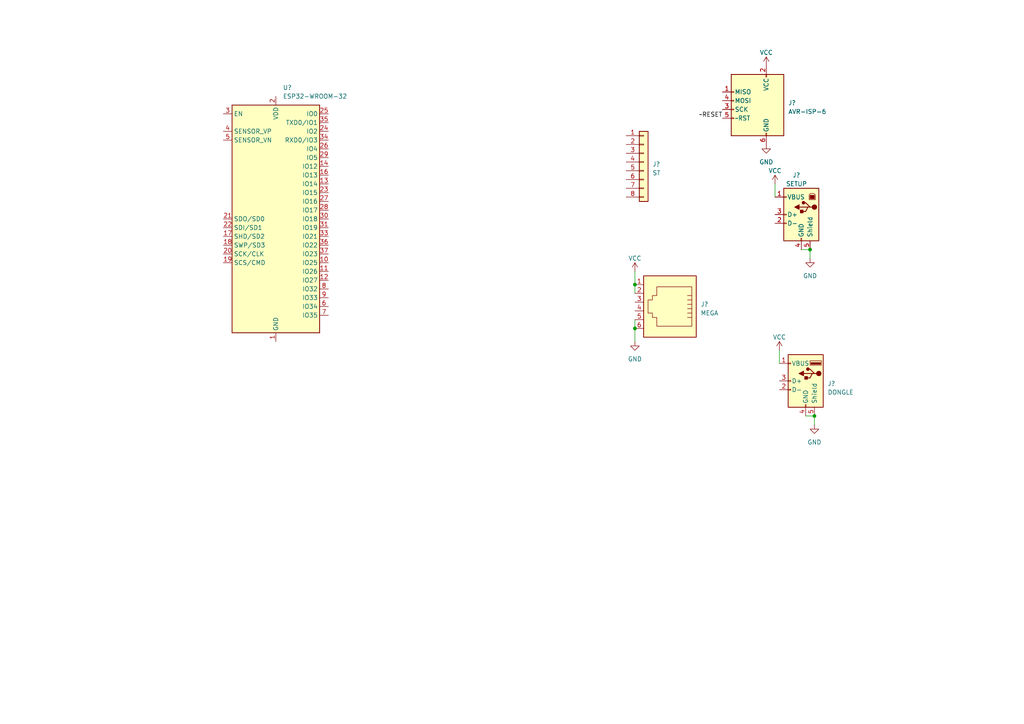
<source format=kicad_sch>
(kicad_sch (version 20211123) (generator eeschema)
  (paper "A4")
  (lib_symbols
    (symbol "Connector:AVR-ISP-6" (pin_names (offset 1.016))
      (property "Reference" "J" (at -6.35 11.43 0))
      (property "Value" "AVR-ISP-6" (at 0 11.43 0))
      (symbol "AVR-ISP-6_0_1"
        (rectangle (start -2.667 -6.858) (end -2.413 -7.62))
        (rectangle (start -2.667 10.16) (end -2.413 9.398))
        (rectangle (start 7.62 -2.413) (end 6.858 -2.667))
        (rectangle (start 7.62 0.127) (end 6.858 -0.127))
        (rectangle (start 7.62 2.667) (end 6.858 2.413))
        (rectangle (start 7.62 5.207) (end 6.858 4.953))
        (rectangle (start 7.62 10.16) (end -7.62 -7.62) (stroke (width 0.254)) (fill (type background)))
      )
      (symbol "AVR-ISP-6_1_1"
        (pin passive line (at 10.16 5.08 180) (length 2.54) (name "MISO") (number "1"))
        (pin passive line (at -2.54 12.7 270) (length 2.54) (name "VCC") (number "2"))
        (pin passive line (at 10.16 0 180) (length 2.54) (name "SCK") (number "3"))
        (pin passive line (at 10.16 2.54 180) (length 2.54) (name "MOSI") (number "4"))
        (pin passive line (at 10.16 -2.54 180) (length 2.54) (name "~RST") (number "5"))
        (pin passive line (at -2.54 -10.16 90) (length 2.54) (name "GND") (number "6"))
      )
    )
    (symbol "Connector:RJ12" (pin_names (offset 1.016))
      (property "Reference" "J" (at -5.08 11.43 0))
      (property "Value" "RJ12" (at 2.54 11.43 0))
      (symbol "RJ12_0_1"
        (polyline (pts (xy -6.35 -1.905) (xy -5.08 -1.905) (xy -5.08 -1.905)))
        (polyline (pts (xy -6.35 -0.635) (xy -5.08 -0.635) (xy -5.08 -0.635)))
        (polyline (pts (xy -6.35 0.635) (xy -5.08 0.635) (xy -5.08 0.635)))
        (polyline (pts (xy -6.35 1.905) (xy -5.08 1.905) (xy -5.08 1.905)))
        (polyline (pts (xy -6.35 3.175) (xy -5.08 3.175) (xy -5.08 3.175)))
        (polyline (pts (xy -5.08 4.445) (xy -6.35 4.445) (xy -6.35 4.445)))
        (polyline (pts (xy -6.35 -4.445) (xy -6.35 6.985) (xy 3.81 6.985) (xy 3.81 4.445) (xy 5.08 4.445) (xy 5.08 3.175) (xy 6.35 3.175) (xy 6.35 -0.635) (xy 5.08 -0.635) (xy 5.08 -1.905) (xy 3.81 -1.905) (xy 3.81 -4.445) (xy -6.35 -4.445) (xy -6.35 -4.445)))
        (rectangle (start 7.62 10.16) (end -7.62 -7.62) (stroke (width 0.254)) (fill (type background)))
      )
      (symbol "RJ12_1_1"
        (pin passive line (at 10.16 -5.08 180) (length 2.54) (name "~") (number "1"))
        (pin passive line (at 10.16 -2.54 180) (length 2.54) (name "~") (number "2"))
        (pin passive line (at 10.16 0 180) (length 2.54) (name "~") (number "3"))
        (pin passive line (at 10.16 2.54 180) (length 2.54) (name "~") (number "4"))
        (pin passive line (at 10.16 5.08 180) (length 2.54) (name "~") (number "5"))
        (pin passive line (at 10.16 7.62 180) (length 2.54) (name "~") (number "6"))
      )
    )
    (symbol "Connector:USB_A" (pin_names (offset 1.016))
      (property "Reference" "J" (at -5.08 11.43 0))
      (property "Value" "USB_A" (at -5.08 8.89 0))
      (symbol "USB_A_0_1"
        (rectangle (start -5.08 -7.62) (end 5.08 7.62) (stroke (width 0.254)) (fill (type background)))
        (circle (center -3.81 2.159) (radius 0.635) (stroke (width 0.254)) (fill (type outline)))
        (rectangle (start -1.524 4.826) (end -4.318 5.334) (fill (type outline)))
        (rectangle (start -1.27 4.572) (end -4.572 5.842))
        (circle (center -0.635 3.429) (radius 0.381) (stroke (width 0.254)) (fill (type outline)))
        (rectangle (start -0.127 -7.62) (end 0.127 -6.858))
        (polyline (pts (xy -3.175 2.159) (xy -2.54 2.159) (xy -1.27 3.429) (xy -0.635 3.429)) (stroke (width 0.254)))
        (polyline (pts (xy -2.54 2.159) (xy -1.905 2.159) (xy -1.27 0.889) (xy 0 0.889)) (stroke (width 0.254)))
        (polyline (pts (xy 0.635 2.794) (xy 0.635 1.524) (xy 1.905 2.159) (xy 0.635 2.794)) (stroke (width 0.254)) (fill (type outline)))
        (rectangle (start 0.254 1.27) (end -0.508 0.508) (stroke (width 0.254)) (fill (type outline)))
        (rectangle (start 5.08 -2.667) (end 4.318 -2.413))
        (rectangle (start 5.08 -0.127) (end 4.318 0.127))
        (rectangle (start 5.08 4.953) (end 4.318 5.207))
      )
      (symbol "USB_A_1_1"
        (polyline (pts (xy -1.905 2.159) (xy 0.635 2.159)) (stroke (width 0.254)))
        (pin power_in line (at 7.62 5.08 180) (length 2.54) (name "VBUS") (number "1"))
        (pin bidirectional line (at 7.62 -2.54 180) (length 2.54) (name "D-") (number "2"))
        (pin bidirectional line (at 7.62 0 180) (length 2.54) (name "D+") (number "3"))
        (pin power_in line (at 0 -10.16 90) (length 2.54) (name "GND") (number "4"))
        (pin passive line (at -2.54 -10.16 90) (length 2.54) (name "Shield") (number "5"))
      )
    )
    (symbol "Connector:USB_B" (pin_names (offset 1.016))
      (property "Reference" "J" (at -5.08 11.43 0))
      (property "Value" "USB_B" (at -5.08 8.89 0))
      (symbol "USB_B_0_1"
        (rectangle (start -5.08 -7.62) (end 5.08 7.62) (stroke (width 0.254)) (fill (type background)))
        (circle (center -3.81 2.159) (radius 0.635) (stroke (width 0.254)) (fill (type outline)))
        (rectangle (start -3.81 5.588) (end -2.54 4.572) (fill (type outline)))
        (circle (center -0.635 3.429) (radius 0.381) (stroke (width 0.254)) (fill (type outline)))
        (rectangle (start -0.127 -7.62) (end 0.127 -6.858))
        (polyline (pts (xy -1.905 2.159) (xy 0.635 2.159)) (stroke (width 0.254)))
        (polyline (pts (xy -3.175 2.159) (xy -2.54 2.159) (xy -1.27 3.429) (xy -0.635 3.429)) (stroke (width 0.254)))
        (polyline (pts (xy -2.54 2.159) (xy -1.905 2.159) (xy -1.27 0.889) (xy 0 0.889)) (stroke (width 0.254)))
        (polyline (pts (xy 0.635 2.794) (xy 0.635 1.524) (xy 1.905 2.159) (xy 0.635 2.794)) (stroke (width 0.254)) (fill (type outline)))
        (polyline (pts (xy -4.064 4.318) (xy -2.286 4.318) (xy -2.286 5.715) (xy -2.667 6.096) (xy -3.683 6.096) (xy -4.064 5.715) (xy -4.064 4.318)))
        (rectangle (start 0.254 1.27) (end -0.508 0.508) (stroke (width 0.254)) (fill (type outline)))
        (rectangle (start 5.08 -2.667) (end 4.318 -2.413))
        (rectangle (start 5.08 -0.127) (end 4.318 0.127))
        (rectangle (start 5.08 4.953) (end 4.318 5.207))
      )
      (symbol "USB_B_1_1"
        (pin power_out line (at 7.62 5.08 180) (length 2.54) (name "VBUS") (number "1"))
        (pin bidirectional line (at 7.62 -2.54 180) (length 2.54) (name "D-") (number "2"))
        (pin bidirectional line (at 7.62 0 180) (length 2.54) (name "D+") (number "3"))
        (pin power_out line (at 0 -10.16 90) (length 2.54) (name "GND") (number "4"))
        (pin passive line (at -2.54 -10.16 90) (length 2.54) (name "Shield") (number "5"))
      )
    )
    (symbol "Connector_Generic:Conn_01x08" (pin_names (offset 1.016) hide)
      (property "Reference" "J" (at 0 10.16 0))
      (property "Value" "Conn_01x08" (at 0 -12.7 0))
      (symbol "Conn_01x08_1_1"
        (rectangle (start -1.27 -10.033) (end 0 -10.287) (stroke (width 0.1524)))
        (rectangle (start -1.27 -7.493) (end 0 -7.747) (stroke (width 0.1524)))
        (rectangle (start -1.27 -4.953) (end 0 -5.207) (stroke (width 0.1524)))
        (rectangle (start -1.27 -2.413) (end 0 -2.667) (stroke (width 0.1524)))
        (rectangle (start -1.27 0.127) (end 0 -0.127) (stroke (width 0.1524)))
        (rectangle (start -1.27 2.667) (end 0 2.413) (stroke (width 0.1524)))
        (rectangle (start -1.27 5.207) (end 0 4.953) (stroke (width 0.1524)))
        (rectangle (start -1.27 7.747) (end 0 7.493) (stroke (width 0.1524)))
        (rectangle (start -1.27 8.89) (end 1.27 -11.43) (stroke (width 0.254)) (fill (type background)))
        (pin passive line (at -5.08 7.62 0) (length 3.81) (name "Pin_1") (number "1"))
        (pin passive line (at -5.08 5.08 0) (length 3.81) (name "Pin_2") (number "2"))
        (pin passive line (at -5.08 2.54 0) (length 3.81) (name "Pin_3") (number "3"))
        (pin passive line (at -5.08 0 0) (length 3.81) (name "Pin_4") (number "4"))
        (pin passive line (at -5.08 -2.54 0) (length 3.81) (name "Pin_5") (number "5"))
        (pin passive line (at -5.08 -5.08 0) (length 3.81) (name "Pin_6") (number "6"))
        (pin passive line (at -5.08 -7.62 0) (length 3.81) (name "Pin_7") (number "7"))
        (pin passive line (at -5.08 -10.16 0) (length 3.81) (name "Pin_8") (number "8"))
      )
    )
    (symbol "RF_Module:ESP32-WROOM-32"
      (property "Reference" "U" (at -12.7 34.29 0))
      (property "Value" "ESP32-WROOM-32" (at 1.27 34.29 0))
      (symbol "ESP32-WROOM-32_0_1"
        (rectangle (start -12.7 33.02) (end 12.7 -33.02) (stroke (width 0.254)) (fill (type background)))
      )
      (symbol "ESP32-WROOM-32_1_1"
        (pin power_in line (at 0 -35.56 90) (length 2.54) (name "GND") (number "1"))
        (pin bidirectional line (at 15.24 -12.7 180) (length 2.54) (name "IO25") (number "10"))
        (pin bidirectional line (at 15.24 -15.24 180) (length 2.54) (name "IO26") (number "11"))
        (pin bidirectional line (at 15.24 -17.78 180) (length 2.54) (name "IO27") (number "12"))
        (pin bidirectional line (at 15.24 10.16 180) (length 2.54) (name "IO14") (number "13"))
        (pin bidirectional line (at 15.24 15.24 180) (length 2.54) (name "IO12") (number "14"))
        (pin passive line (at 0 -35.56 90) (length 2.54) hide (name "GND") (number "15"))
        (pin bidirectional line (at 15.24 12.7 180) (length 2.54) (name "IO13") (number "16"))
        (pin bidirectional line (at -15.24 -5.08 0) (length 2.54) (name "SHD/SD2") (number "17"))
        (pin bidirectional line (at -15.24 -7.62 0) (length 2.54) (name "SWP/SD3") (number "18"))
        (pin bidirectional line (at -15.24 -12.7 0) (length 2.54) (name "SCS/CMD") (number "19"))
        (pin power_in line (at 0 35.56 270) (length 2.54) (name "VDD") (number "2"))
        (pin bidirectional line (at -15.24 -10.16 0) (length 2.54) (name "SCK/CLK") (number "20"))
        (pin bidirectional line (at -15.24 0 0) (length 2.54) (name "SDO/SD0") (number "21"))
        (pin bidirectional line (at -15.24 -2.54 0) (length 2.54) (name "SDI/SD1") (number "22"))
        (pin bidirectional line (at 15.24 7.62 180) (length 2.54) (name "IO15") (number "23"))
        (pin bidirectional line (at 15.24 25.4 180) (length 2.54) (name "IO2") (number "24"))
        (pin bidirectional line (at 15.24 30.48 180) (length 2.54) (name "IO0") (number "25"))
        (pin bidirectional line (at 15.24 20.32 180) (length 2.54) (name "IO4") (number "26"))
        (pin bidirectional line (at 15.24 5.08 180) (length 2.54) (name "IO16") (number "27"))
        (pin bidirectional line (at 15.24 2.54 180) (length 2.54) (name "IO17") (number "28"))
        (pin bidirectional line (at 15.24 17.78 180) (length 2.54) (name "IO5") (number "29"))
        (pin input line (at -15.24 30.48 0) (length 2.54) (name "EN") (number "3"))
        (pin bidirectional line (at 15.24 0 180) (length 2.54) (name "IO18") (number "30"))
        (pin bidirectional line (at 15.24 -2.54 180) (length 2.54) (name "IO19") (number "31"))
        (pin no_connect line (at -12.7 -27.94 0) (length 2.54) hide (name "NC") (number "32"))
        (pin bidirectional line (at 15.24 -5.08 180) (length 2.54) (name "IO21") (number "33"))
        (pin bidirectional line (at 15.24 22.86 180) (length 2.54) (name "RXD0/IO3") (number "34"))
        (pin bidirectional line (at 15.24 27.94 180) (length 2.54) (name "TXD0/IO1") (number "35"))
        (pin bidirectional line (at 15.24 -7.62 180) (length 2.54) (name "IO22") (number "36"))
        (pin bidirectional line (at 15.24 -10.16 180) (length 2.54) (name "IO23") (number "37"))
        (pin passive line (at 0 -35.56 90) (length 2.54) hide (name "GND") (number "38"))
        (pin passive line (at 0 -35.56 90) (length 2.54) hide (name "GND") (number "39"))
        (pin input line (at -15.24 25.4 0) (length 2.54) (name "SENSOR_VP") (number "4"))
        (pin input line (at -15.24 22.86 0) (length 2.54) (name "SENSOR_VN") (number "5"))
        (pin input line (at 15.24 -25.4 180) (length 2.54) (name "IO34") (number "6"))
        (pin input line (at 15.24 -27.94 180) (length 2.54) (name "IO35") (number "7"))
        (pin bidirectional line (at 15.24 -20.32 180) (length 2.54) (name "IO32") (number "8"))
        (pin bidirectional line (at 15.24 -22.86 180) (length 2.54) (name "IO33") (number "9"))
      )
    )
    (symbol "power:GND" (power) (pin_names (offset 0))
      (property "Value" "GND" (at 0 -3.81 0))
      (symbol "GND_0_1"
        (polyline (pts (xy 0 0) (xy 0 -1.27) (xy 1.27 -1.27) (xy 0 -2.54) (xy -1.27 -1.27) (xy 0 -1.27)))
      )
      (symbol "GND_1_1"
        (pin power_in line (at 0 0 270) (length 0) hide (name "GND") (number "1"))
      )
    )
    (symbol "power:VCC" (power) (pin_names (offset 0))
      (property "Value" "VCC" (at 0 3.81 0))
      (symbol "VCC_0_1"
        (polyline (pts (xy -0.762 1.27) (xy 0 2.54)))
        (polyline (pts (xy 0 0) (xy 0 2.54)))
        (polyline (pts (xy 0 2.54) (xy 0.762 1.27)))
      )
      (symbol "VCC_1_1"
        (pin power_in line (at 0 0 90) (length 0) hide (name "VCC") (number "1"))
      )
    )
  )
  (junction (at 184.15 82.55) (diameter 0.9144))
  (junction (at 234.95 72.39) (diameter 0.9144))
  (junction (at 184.15 95.25) (diameter 0.9144))
  (junction (at 236.22 120.65) (diameter 0.9144))
  (wire (pts (xy 184.15 82.55) (xy 184.15 85.09)))
  (wire (pts (xy 236.22 120.65) (xy 233.68 120.65)))
  (wire (pts (xy 184.15 92.71) (xy 184.15 95.25)))
  (wire (pts (xy 234.95 72.39) (xy 234.95 74.93)))
  (wire (pts (xy 236.22 120.65) (xy 236.22 123.19)))
  (wire (pts (xy 226.06 101.6) (xy 226.06 105.41)))
  (wire (pts (xy 184.15 95.25) (xy 184.15 99.06)))
  (wire (pts (xy 234.95 72.39) (xy 232.41 72.39)))
  (wire (pts (xy 184.15 78.74) (xy 184.15 82.55)))
  (wire (pts (xy 224.79 53.34) (xy 224.79 57.15)))
  (label "~RESET" (at 209.55 34.29 180))
  (symbol (lib_id "power:GND") (at 222.25 41.91 0) (unit 1)
    (property "Reference" "#PWR?" (effects hide))
    (property "Value" "GND" (at 222.25 46.99 0))
  )
  (symbol (lib_id "Connector:USB_B") (at 232.41 62.23 0) (mirror y) (unit 1)
    (property "Reference" "J?" (at 231.013 50.8 0))
    (property "Value" "SETUP" (at 231.013 53.34 0))
    (property "Datasheet" " ~" (effects hide))
  )
  (symbol (lib_id "RF_Module:ESP32-WROOM-32") (at 80.01 63.5 0) (unit 1)
    (property "Reference" "U?" (at 82.0294 25.4 0) (effects (justify left)))
    (property "Value" "ESP32-WROOM-32" (at 82.0294 27.94 0) (effects (justify left)))
    (property "Footprint" "RF_Module:ESP32-WROOM-32" (effects hide))
    (property "Datasheet" "https://www.espressif.com/sites/default/files/documentation/esp32-wroom-32_datasheet_en.pdf" (effects hide))
  )
  (symbol (lib_id "power:VCC") (at 226.06 101.6 0) (mirror y) (unit 1)
    (property "Reference" "#PWR?" (effects hide))
    (property "Value" "VCC" (at 226.06 97.79 0))
  )
  (symbol (lib_id "power:GND") (at 184.15 99.06 0) (unit 1)
    (property "Reference" "#PWR?" (effects hide))
    (property "Value" "GND" (at 184.15 104.14 0))
  )
  (symbol (lib_id "power:VCC") (at 224.79 53.34 0) (mirror y) (unit 1)
    (property "Reference" "#PWR?" (effects hide))
    (property "Value" "VCC" (at 224.79 49.53 0))
  )
  (symbol (lib_id "power:GND") (at 236.22 123.19 0) (mirror y) (unit 1)
    (property "Reference" "#PWR?" (effects hide))
    (property "Value" "GND" (at 236.22 128.27 0))
  )
  (symbol (lib_id "power:VCC") (at 184.15 78.74 0) (unit 1)
    (property "Reference" "#PWR?" (effects hide))
    (property "Value" "VCC" (at 184.15 74.93 0))
  )
  (symbol (lib_id "Connector_Generic:Conn_01x08") (at 186.69 46.99 0) (unit 1)
    (property "Reference" "J?" (at 189.23 47.6249 0) (effects (justify left)))
    (property "Value" "ST" (at 189.23 50.1649 0) (effects (justify left)))
  )
  (symbol (lib_id "power:GND") (at 234.95 74.93 0) (mirror y) (unit 1)
    (property "Reference" "#PWR?" (effects hide))
    (property "Value" "GND" (at 234.95 80.01 0))
  )
  (symbol (lib_id "Connector:AVR-ISP-6") (at 219.71 31.75 0) (mirror y) (unit 1)
    (property "Reference" "J?" (at 228.6 29.8449 0) (effects (justify right)))
    (property "Value" "AVR-ISP-6" (at 228.6 32.3849 0) (effects (justify right)))
    (property "Footprint" "Connector_IDC:IDC-Header_2x03_P2.54mm_Vertical" (effects hide))
    (property "Datasheet" " ~" (effects hide))
  )
  (symbol (lib_id "power:VCC") (at 222.25 19.05 0) (unit 1)
    (property "Reference" "#PWR?" (effects hide))
    (property "Value" "VCC" (at 222.25 15.24 0))
  )
  (symbol (lib_id "Connector:RJ12") (at 194.31 87.63 180) (unit 1)
    (property "Reference" "J?" (at 203.2 88.2649 0) (effects (justify right)))
    (property "Value" "MEGA" (at 203.2 90.8049 0) (effects (justify right)))
  )
  (symbol (lib_id "Connector:USB_A") (at 233.68 110.49 0) (mirror y) (unit 1)
    (property "Reference" "J?" (at 240.03 111.2519 0) (effects (justify right)))
    (property "Value" "DONGLE" (at 240.03 113.7919 0) (effects (justify right)))
    (property "Footprint" "Connector_USB:USB_A_Molex_67643_Horizontal" (effects hide))
    (property "Datasheet" " ~" (effects hide))
  )
)
</source>
